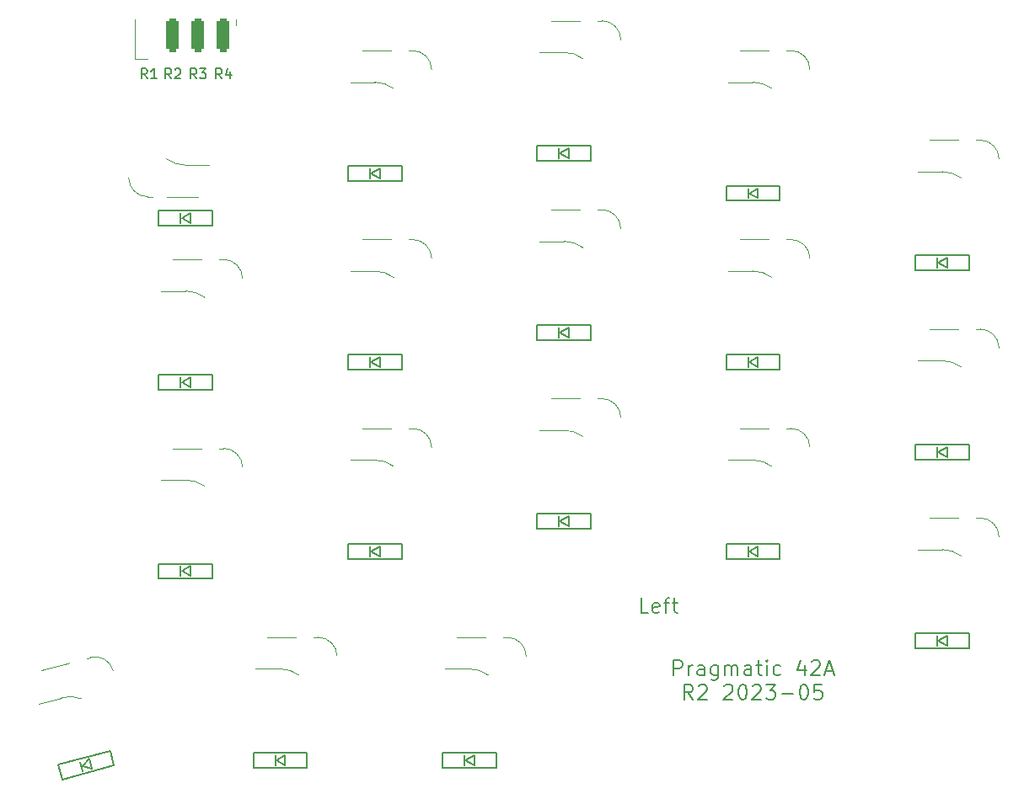
<source format=gto>
%TF.GenerationSoftware,KiCad,Pcbnew,7.0.2-0*%
%TF.CreationDate,2023-05-24T14:40:16+08:00*%
%TF.ProjectId,Input,496e7075-742e-46b6-9963-61645f706362,1*%
%TF.SameCoordinates,PX717cbc0PY58b1140*%
%TF.FileFunction,Legend,Top*%
%TF.FilePolarity,Positive*%
%FSLAX46Y46*%
G04 Gerber Fmt 4.6, Leading zero omitted, Abs format (unit mm)*
G04 Created by KiCad (PCBNEW 7.0.2-0) date 2023-05-24 14:40:16*
%MOMM*%
%LPD*%
G01*
G04 APERTURE LIST*
G04 Aperture macros list*
%AMRoundRect*
0 Rectangle with rounded corners*
0 $1 Rounding radius*
0 $2 $3 $4 $5 $6 $7 $8 $9 X,Y pos of 4 corners*
0 Add a 4 corners polygon primitive as box body*
4,1,4,$2,$3,$4,$5,$6,$7,$8,$9,$2,$3,0*
0 Add four circle primitives for the rounded corners*
1,1,$1+$1,$2,$3*
1,1,$1+$1,$4,$5*
1,1,$1+$1,$6,$7*
1,1,$1+$1,$8,$9*
0 Add four rect primitives between the rounded corners*
20,1,$1+$1,$2,$3,$4,$5,0*
20,1,$1+$1,$4,$5,$6,$7,0*
20,1,$1+$1,$6,$7,$8,$9,0*
20,1,$1+$1,$8,$9,$2,$3,0*%
%AMRotRect*
0 Rectangle, with rotation*
0 The origin of the aperture is its center*
0 $1 length*
0 $2 width*
0 $3 Rotation angle, in degrees counterclockwise*
0 Add horizontal line*
21,1,$1,$2,0,0,$3*%
G04 Aperture macros list end*
%ADD10C,0.150000*%
%ADD11C,0.200000*%
%ADD12C,0.120000*%
%ADD13C,1.900000*%
%ADD14C,3.000000*%
%ADD15C,4.000000*%
%ADD16R,2.550000X2.500000*%
%ADD17C,3.200000*%
%ADD18R,1.400000X1.000000*%
%ADD19RotRect,1.400000X1.000000X15.000000*%
%ADD20R,1.270000X3.429000*%
%ADD21RoundRect,0.317500X-0.317500X-1.397000X0.317500X-1.397000X0.317500X1.397000X-0.317500X1.397000X0*%
%ADD22RotRect,2.550000X2.500000X195.000000*%
%ADD23C,1.500000*%
G04 APERTURE END LIST*
D10*
X-1446667Y24537381D02*
X-1780000Y25013572D01*
X-2018095Y24537381D02*
X-2018095Y25537381D01*
X-2018095Y25537381D02*
X-1637143Y25537381D01*
X-1637143Y25537381D02*
X-1541905Y25489762D01*
X-1541905Y25489762D02*
X-1494286Y25442143D01*
X-1494286Y25442143D02*
X-1446667Y25346905D01*
X-1446667Y25346905D02*
X-1446667Y25204048D01*
X-1446667Y25204048D02*
X-1494286Y25108810D01*
X-1494286Y25108810D02*
X-1541905Y25061191D01*
X-1541905Y25061191D02*
X-1637143Y25013572D01*
X-1637143Y25013572D02*
X-2018095Y25013572D01*
X-1065714Y25442143D02*
X-1018095Y25489762D01*
X-1018095Y25489762D02*
X-922857Y25537381D01*
X-922857Y25537381D02*
X-684762Y25537381D01*
X-684762Y25537381D02*
X-589524Y25489762D01*
X-589524Y25489762D02*
X-541905Y25442143D01*
X-541905Y25442143D02*
X-494286Y25346905D01*
X-494286Y25346905D02*
X-494286Y25251667D01*
X-494286Y25251667D02*
X-541905Y25108810D01*
X-541905Y25108810D02*
X-1113333Y24537381D01*
X-1113333Y24537381D02*
X-494286Y24537381D01*
X-3859667Y24537381D02*
X-4193000Y25013572D01*
X-4431095Y24537381D02*
X-4431095Y25537381D01*
X-4431095Y25537381D02*
X-4050143Y25537381D01*
X-4050143Y25537381D02*
X-3954905Y25489762D01*
X-3954905Y25489762D02*
X-3907286Y25442143D01*
X-3907286Y25442143D02*
X-3859667Y25346905D01*
X-3859667Y25346905D02*
X-3859667Y25204048D01*
X-3859667Y25204048D02*
X-3907286Y25108810D01*
X-3907286Y25108810D02*
X-3954905Y25061191D01*
X-3954905Y25061191D02*
X-4050143Y25013572D01*
X-4050143Y25013572D02*
X-4431095Y25013572D01*
X-2907286Y24537381D02*
X-3478714Y24537381D01*
X-3193000Y24537381D02*
X-3193000Y25537381D01*
X-3193000Y25537381D02*
X-3288238Y25394524D01*
X-3288238Y25394524D02*
X-3383476Y25299286D01*
X-3383476Y25299286D02*
X-3478714Y25251667D01*
D11*
X49035714Y-35478928D02*
X49035714Y-33978928D01*
X49035714Y-33978928D02*
X49607143Y-33978928D01*
X49607143Y-33978928D02*
X49750000Y-34050357D01*
X49750000Y-34050357D02*
X49821429Y-34121785D01*
X49821429Y-34121785D02*
X49892857Y-34264642D01*
X49892857Y-34264642D02*
X49892857Y-34478928D01*
X49892857Y-34478928D02*
X49821429Y-34621785D01*
X49821429Y-34621785D02*
X49750000Y-34693214D01*
X49750000Y-34693214D02*
X49607143Y-34764642D01*
X49607143Y-34764642D02*
X49035714Y-34764642D01*
X50535714Y-35478928D02*
X50535714Y-34478928D01*
X50535714Y-34764642D02*
X50607143Y-34621785D01*
X50607143Y-34621785D02*
X50678572Y-34550357D01*
X50678572Y-34550357D02*
X50821429Y-34478928D01*
X50821429Y-34478928D02*
X50964286Y-34478928D01*
X52107143Y-35478928D02*
X52107143Y-34693214D01*
X52107143Y-34693214D02*
X52035714Y-34550357D01*
X52035714Y-34550357D02*
X51892857Y-34478928D01*
X51892857Y-34478928D02*
X51607143Y-34478928D01*
X51607143Y-34478928D02*
X51464285Y-34550357D01*
X52107143Y-35407500D02*
X51964285Y-35478928D01*
X51964285Y-35478928D02*
X51607143Y-35478928D01*
X51607143Y-35478928D02*
X51464285Y-35407500D01*
X51464285Y-35407500D02*
X51392857Y-35264642D01*
X51392857Y-35264642D02*
X51392857Y-35121785D01*
X51392857Y-35121785D02*
X51464285Y-34978928D01*
X51464285Y-34978928D02*
X51607143Y-34907500D01*
X51607143Y-34907500D02*
X51964285Y-34907500D01*
X51964285Y-34907500D02*
X52107143Y-34836071D01*
X53464286Y-34478928D02*
X53464286Y-35693214D01*
X53464286Y-35693214D02*
X53392857Y-35836071D01*
X53392857Y-35836071D02*
X53321428Y-35907500D01*
X53321428Y-35907500D02*
X53178571Y-35978928D01*
X53178571Y-35978928D02*
X52964286Y-35978928D01*
X52964286Y-35978928D02*
X52821428Y-35907500D01*
X53464286Y-35407500D02*
X53321428Y-35478928D01*
X53321428Y-35478928D02*
X53035714Y-35478928D01*
X53035714Y-35478928D02*
X52892857Y-35407500D01*
X52892857Y-35407500D02*
X52821428Y-35336071D01*
X52821428Y-35336071D02*
X52750000Y-35193214D01*
X52750000Y-35193214D02*
X52750000Y-34764642D01*
X52750000Y-34764642D02*
X52821428Y-34621785D01*
X52821428Y-34621785D02*
X52892857Y-34550357D01*
X52892857Y-34550357D02*
X53035714Y-34478928D01*
X53035714Y-34478928D02*
X53321428Y-34478928D01*
X53321428Y-34478928D02*
X53464286Y-34550357D01*
X54178571Y-35478928D02*
X54178571Y-34478928D01*
X54178571Y-34621785D02*
X54250000Y-34550357D01*
X54250000Y-34550357D02*
X54392857Y-34478928D01*
X54392857Y-34478928D02*
X54607143Y-34478928D01*
X54607143Y-34478928D02*
X54750000Y-34550357D01*
X54750000Y-34550357D02*
X54821429Y-34693214D01*
X54821429Y-34693214D02*
X54821429Y-35478928D01*
X54821429Y-34693214D02*
X54892857Y-34550357D01*
X54892857Y-34550357D02*
X55035714Y-34478928D01*
X55035714Y-34478928D02*
X55250000Y-34478928D01*
X55250000Y-34478928D02*
X55392857Y-34550357D01*
X55392857Y-34550357D02*
X55464286Y-34693214D01*
X55464286Y-34693214D02*
X55464286Y-35478928D01*
X56821429Y-35478928D02*
X56821429Y-34693214D01*
X56821429Y-34693214D02*
X56750000Y-34550357D01*
X56750000Y-34550357D02*
X56607143Y-34478928D01*
X56607143Y-34478928D02*
X56321429Y-34478928D01*
X56321429Y-34478928D02*
X56178571Y-34550357D01*
X56821429Y-35407500D02*
X56678571Y-35478928D01*
X56678571Y-35478928D02*
X56321429Y-35478928D01*
X56321429Y-35478928D02*
X56178571Y-35407500D01*
X56178571Y-35407500D02*
X56107143Y-35264642D01*
X56107143Y-35264642D02*
X56107143Y-35121785D01*
X56107143Y-35121785D02*
X56178571Y-34978928D01*
X56178571Y-34978928D02*
X56321429Y-34907500D01*
X56321429Y-34907500D02*
X56678571Y-34907500D01*
X56678571Y-34907500D02*
X56821429Y-34836071D01*
X57321429Y-34478928D02*
X57892857Y-34478928D01*
X57535714Y-33978928D02*
X57535714Y-35264642D01*
X57535714Y-35264642D02*
X57607143Y-35407500D01*
X57607143Y-35407500D02*
X57750000Y-35478928D01*
X57750000Y-35478928D02*
X57892857Y-35478928D01*
X58392857Y-35478928D02*
X58392857Y-34478928D01*
X58392857Y-33978928D02*
X58321429Y-34050357D01*
X58321429Y-34050357D02*
X58392857Y-34121785D01*
X58392857Y-34121785D02*
X58464286Y-34050357D01*
X58464286Y-34050357D02*
X58392857Y-33978928D01*
X58392857Y-33978928D02*
X58392857Y-34121785D01*
X59750001Y-35407500D02*
X59607143Y-35478928D01*
X59607143Y-35478928D02*
X59321429Y-35478928D01*
X59321429Y-35478928D02*
X59178572Y-35407500D01*
X59178572Y-35407500D02*
X59107143Y-35336071D01*
X59107143Y-35336071D02*
X59035715Y-35193214D01*
X59035715Y-35193214D02*
X59035715Y-34764642D01*
X59035715Y-34764642D02*
X59107143Y-34621785D01*
X59107143Y-34621785D02*
X59178572Y-34550357D01*
X59178572Y-34550357D02*
X59321429Y-34478928D01*
X59321429Y-34478928D02*
X59607143Y-34478928D01*
X59607143Y-34478928D02*
X59750001Y-34550357D01*
X62178572Y-34478928D02*
X62178572Y-35478928D01*
X61821429Y-33907500D02*
X61464286Y-34978928D01*
X61464286Y-34978928D02*
X62392857Y-34978928D01*
X62892857Y-34121785D02*
X62964285Y-34050357D01*
X62964285Y-34050357D02*
X63107143Y-33978928D01*
X63107143Y-33978928D02*
X63464285Y-33978928D01*
X63464285Y-33978928D02*
X63607143Y-34050357D01*
X63607143Y-34050357D02*
X63678571Y-34121785D01*
X63678571Y-34121785D02*
X63750000Y-34264642D01*
X63750000Y-34264642D02*
X63750000Y-34407500D01*
X63750000Y-34407500D02*
X63678571Y-34621785D01*
X63678571Y-34621785D02*
X62821428Y-35478928D01*
X62821428Y-35478928D02*
X63750000Y-35478928D01*
X64321428Y-35050357D02*
X65035714Y-35050357D01*
X64178571Y-35478928D02*
X64678571Y-33978928D01*
X64678571Y-33978928D02*
X65178571Y-35478928D01*
X50964287Y-37908928D02*
X50464287Y-37194642D01*
X50107144Y-37908928D02*
X50107144Y-36408928D01*
X50107144Y-36408928D02*
X50678573Y-36408928D01*
X50678573Y-36408928D02*
X50821430Y-36480357D01*
X50821430Y-36480357D02*
X50892859Y-36551785D01*
X50892859Y-36551785D02*
X50964287Y-36694642D01*
X50964287Y-36694642D02*
X50964287Y-36908928D01*
X50964287Y-36908928D02*
X50892859Y-37051785D01*
X50892859Y-37051785D02*
X50821430Y-37123214D01*
X50821430Y-37123214D02*
X50678573Y-37194642D01*
X50678573Y-37194642D02*
X50107144Y-37194642D01*
X51535716Y-36551785D02*
X51607144Y-36480357D01*
X51607144Y-36480357D02*
X51750002Y-36408928D01*
X51750002Y-36408928D02*
X52107144Y-36408928D01*
X52107144Y-36408928D02*
X52250002Y-36480357D01*
X52250002Y-36480357D02*
X52321430Y-36551785D01*
X52321430Y-36551785D02*
X52392859Y-36694642D01*
X52392859Y-36694642D02*
X52392859Y-36837500D01*
X52392859Y-36837500D02*
X52321430Y-37051785D01*
X52321430Y-37051785D02*
X51464287Y-37908928D01*
X51464287Y-37908928D02*
X52392859Y-37908928D01*
X54107144Y-36551785D02*
X54178572Y-36480357D01*
X54178572Y-36480357D02*
X54321430Y-36408928D01*
X54321430Y-36408928D02*
X54678572Y-36408928D01*
X54678572Y-36408928D02*
X54821430Y-36480357D01*
X54821430Y-36480357D02*
X54892858Y-36551785D01*
X54892858Y-36551785D02*
X54964287Y-36694642D01*
X54964287Y-36694642D02*
X54964287Y-36837500D01*
X54964287Y-36837500D02*
X54892858Y-37051785D01*
X54892858Y-37051785D02*
X54035715Y-37908928D01*
X54035715Y-37908928D02*
X54964287Y-37908928D01*
X55892858Y-36408928D02*
X56035715Y-36408928D01*
X56035715Y-36408928D02*
X56178572Y-36480357D01*
X56178572Y-36480357D02*
X56250001Y-36551785D01*
X56250001Y-36551785D02*
X56321429Y-36694642D01*
X56321429Y-36694642D02*
X56392858Y-36980357D01*
X56392858Y-36980357D02*
X56392858Y-37337500D01*
X56392858Y-37337500D02*
X56321429Y-37623214D01*
X56321429Y-37623214D02*
X56250001Y-37766071D01*
X56250001Y-37766071D02*
X56178572Y-37837500D01*
X56178572Y-37837500D02*
X56035715Y-37908928D01*
X56035715Y-37908928D02*
X55892858Y-37908928D01*
X55892858Y-37908928D02*
X55750001Y-37837500D01*
X55750001Y-37837500D02*
X55678572Y-37766071D01*
X55678572Y-37766071D02*
X55607143Y-37623214D01*
X55607143Y-37623214D02*
X55535715Y-37337500D01*
X55535715Y-37337500D02*
X55535715Y-36980357D01*
X55535715Y-36980357D02*
X55607143Y-36694642D01*
X55607143Y-36694642D02*
X55678572Y-36551785D01*
X55678572Y-36551785D02*
X55750001Y-36480357D01*
X55750001Y-36480357D02*
X55892858Y-36408928D01*
X56964286Y-36551785D02*
X57035714Y-36480357D01*
X57035714Y-36480357D02*
X57178572Y-36408928D01*
X57178572Y-36408928D02*
X57535714Y-36408928D01*
X57535714Y-36408928D02*
X57678572Y-36480357D01*
X57678572Y-36480357D02*
X57750000Y-36551785D01*
X57750000Y-36551785D02*
X57821429Y-36694642D01*
X57821429Y-36694642D02*
X57821429Y-36837500D01*
X57821429Y-36837500D02*
X57750000Y-37051785D01*
X57750000Y-37051785D02*
X56892857Y-37908928D01*
X56892857Y-37908928D02*
X57821429Y-37908928D01*
X58321428Y-36408928D02*
X59250000Y-36408928D01*
X59250000Y-36408928D02*
X58750000Y-36980357D01*
X58750000Y-36980357D02*
X58964285Y-36980357D01*
X58964285Y-36980357D02*
X59107143Y-37051785D01*
X59107143Y-37051785D02*
X59178571Y-37123214D01*
X59178571Y-37123214D02*
X59250000Y-37266071D01*
X59250000Y-37266071D02*
X59250000Y-37623214D01*
X59250000Y-37623214D02*
X59178571Y-37766071D01*
X59178571Y-37766071D02*
X59107143Y-37837500D01*
X59107143Y-37837500D02*
X58964285Y-37908928D01*
X58964285Y-37908928D02*
X58535714Y-37908928D01*
X58535714Y-37908928D02*
X58392857Y-37837500D01*
X58392857Y-37837500D02*
X58321428Y-37766071D01*
X59892856Y-37337500D02*
X61035714Y-37337500D01*
X62035714Y-36408928D02*
X62178571Y-36408928D01*
X62178571Y-36408928D02*
X62321428Y-36480357D01*
X62321428Y-36480357D02*
X62392857Y-36551785D01*
X62392857Y-36551785D02*
X62464285Y-36694642D01*
X62464285Y-36694642D02*
X62535714Y-36980357D01*
X62535714Y-36980357D02*
X62535714Y-37337500D01*
X62535714Y-37337500D02*
X62464285Y-37623214D01*
X62464285Y-37623214D02*
X62392857Y-37766071D01*
X62392857Y-37766071D02*
X62321428Y-37837500D01*
X62321428Y-37837500D02*
X62178571Y-37908928D01*
X62178571Y-37908928D02*
X62035714Y-37908928D01*
X62035714Y-37908928D02*
X61892857Y-37837500D01*
X61892857Y-37837500D02*
X61821428Y-37766071D01*
X61821428Y-37766071D02*
X61749999Y-37623214D01*
X61749999Y-37623214D02*
X61678571Y-37337500D01*
X61678571Y-37337500D02*
X61678571Y-36980357D01*
X61678571Y-36980357D02*
X61749999Y-36694642D01*
X61749999Y-36694642D02*
X61821428Y-36551785D01*
X61821428Y-36551785D02*
X61892857Y-36480357D01*
X61892857Y-36480357D02*
X62035714Y-36408928D01*
X63892856Y-36408928D02*
X63178570Y-36408928D01*
X63178570Y-36408928D02*
X63107142Y-37123214D01*
X63107142Y-37123214D02*
X63178570Y-37051785D01*
X63178570Y-37051785D02*
X63321428Y-36980357D01*
X63321428Y-36980357D02*
X63678570Y-36980357D01*
X63678570Y-36980357D02*
X63821428Y-37051785D01*
X63821428Y-37051785D02*
X63892856Y-37123214D01*
X63892856Y-37123214D02*
X63964285Y-37266071D01*
X63964285Y-37266071D02*
X63964285Y-37623214D01*
X63964285Y-37623214D02*
X63892856Y-37766071D01*
X63892856Y-37766071D02*
X63821428Y-37837500D01*
X63821428Y-37837500D02*
X63678570Y-37908928D01*
X63678570Y-37908928D02*
X63321428Y-37908928D01*
X63321428Y-37908928D02*
X63178570Y-37837500D01*
X63178570Y-37837500D02*
X63107142Y-37766071D01*
D10*
X3633333Y24537381D02*
X3300000Y25013572D01*
X3061905Y24537381D02*
X3061905Y25537381D01*
X3061905Y25537381D02*
X3442857Y25537381D01*
X3442857Y25537381D02*
X3538095Y25489762D01*
X3538095Y25489762D02*
X3585714Y25442143D01*
X3585714Y25442143D02*
X3633333Y25346905D01*
X3633333Y25346905D02*
X3633333Y25204048D01*
X3633333Y25204048D02*
X3585714Y25108810D01*
X3585714Y25108810D02*
X3538095Y25061191D01*
X3538095Y25061191D02*
X3442857Y25013572D01*
X3442857Y25013572D02*
X3061905Y25013572D01*
X4490476Y25204048D02*
X4490476Y24537381D01*
X4252381Y25585000D02*
X4014286Y24870715D01*
X4014286Y24870715D02*
X4633333Y24870715D01*
X1093333Y24537381D02*
X760000Y25013572D01*
X521905Y24537381D02*
X521905Y25537381D01*
X521905Y25537381D02*
X902857Y25537381D01*
X902857Y25537381D02*
X998095Y25489762D01*
X998095Y25489762D02*
X1045714Y25442143D01*
X1045714Y25442143D02*
X1093333Y25346905D01*
X1093333Y25346905D02*
X1093333Y25204048D01*
X1093333Y25204048D02*
X1045714Y25108810D01*
X1045714Y25108810D02*
X998095Y25061191D01*
X998095Y25061191D02*
X902857Y25013572D01*
X902857Y25013572D02*
X521905Y25013572D01*
X1426667Y25537381D02*
X2045714Y25537381D01*
X2045714Y25537381D02*
X1712381Y25156429D01*
X1712381Y25156429D02*
X1855238Y25156429D01*
X1855238Y25156429D02*
X1950476Y25108810D01*
X1950476Y25108810D02*
X1998095Y25061191D01*
X1998095Y25061191D02*
X2045714Y24965953D01*
X2045714Y24965953D02*
X2045714Y24727858D01*
X2045714Y24727858D02*
X1998095Y24632620D01*
X1998095Y24632620D02*
X1950476Y24585000D01*
X1950476Y24585000D02*
X1855238Y24537381D01*
X1855238Y24537381D02*
X1569524Y24537381D01*
X1569524Y24537381D02*
X1474286Y24585000D01*
X1474286Y24585000D02*
X1426667Y24632620D01*
D11*
X46464285Y-29193928D02*
X45749999Y-29193928D01*
X45749999Y-29193928D02*
X45749999Y-27693928D01*
X47535714Y-29122500D02*
X47392857Y-29193928D01*
X47392857Y-29193928D02*
X47107143Y-29193928D01*
X47107143Y-29193928D02*
X46964285Y-29122500D01*
X46964285Y-29122500D02*
X46892857Y-28979642D01*
X46892857Y-28979642D02*
X46892857Y-28408214D01*
X46892857Y-28408214D02*
X46964285Y-28265357D01*
X46964285Y-28265357D02*
X47107143Y-28193928D01*
X47107143Y-28193928D02*
X47392857Y-28193928D01*
X47392857Y-28193928D02*
X47535714Y-28265357D01*
X47535714Y-28265357D02*
X47607143Y-28408214D01*
X47607143Y-28408214D02*
X47607143Y-28551071D01*
X47607143Y-28551071D02*
X46892857Y-28693928D01*
X48035714Y-28193928D02*
X48607142Y-28193928D01*
X48249999Y-29193928D02*
X48249999Y-27908214D01*
X48249999Y-27908214D02*
X48321428Y-27765357D01*
X48321428Y-27765357D02*
X48464285Y-27693928D01*
X48464285Y-27693928D02*
X48607142Y-27693928D01*
X48892857Y-28193928D02*
X49464285Y-28193928D01*
X49107142Y-27693928D02*
X49107142Y-28979642D01*
X49107142Y-28979642D02*
X49178571Y-29122500D01*
X49178571Y-29122500D02*
X49321428Y-29193928D01*
X49321428Y-29193928D02*
X49464285Y-29193928D01*
D12*
%TO.C,SW17*%
X19000000Y24175000D02*
X15190000Y24175000D01*
X22810000Y27350000D02*
X17730000Y27350000D01*
X20905000Y23540000D02*
G75*
G03*
X19000000Y24175000I-1905003J-2540009D01*
G01*
X24715000Y25445000D02*
G75*
G03*
X22810000Y27350000I-1905000J0D01*
G01*
%TO.C,SW29*%
X19000000Y5175000D02*
X15190000Y5175000D01*
X22810000Y8350000D02*
X17730000Y8350000D01*
X20905000Y4540000D02*
G75*
G03*
X19000000Y5175000I-1905003J-2540009D01*
G01*
X24715000Y6445000D02*
G75*
G03*
X22810000Y8350000I-1905000J0D01*
G01*
D10*
%TO.C,D27*%
X54300000Y-3250000D02*
X54300000Y-4750000D01*
X54300000Y-4750000D02*
X59700000Y-4750000D01*
X56500000Y-3500000D02*
X56500000Y-4500000D01*
X56600000Y-4000000D02*
X57500000Y-3500000D01*
X57500000Y-3500000D02*
X57500000Y-4500000D01*
X57500000Y-4500000D02*
X56600000Y-4000000D01*
X59700000Y-3250000D02*
X54300000Y-3250000D01*
X59700000Y-3250000D02*
X59700000Y-4750000D01*
%TO.C,D18*%
X-2700000Y11250000D02*
X-2700000Y9750000D01*
X-2700000Y9750000D02*
X2700000Y9750000D01*
X-500000Y11000000D02*
X-500000Y10000000D01*
X-400000Y10500000D02*
X500000Y11000000D01*
X500000Y11000000D02*
X500000Y10000000D01*
X500000Y10000000D02*
X-400000Y10500000D01*
X2700000Y11250000D02*
X-2700000Y11250000D01*
X2700000Y11250000D02*
X2700000Y9750000D01*
D12*
%TO.C,SW15*%
X57000000Y24175000D02*
X53190000Y24175000D01*
X60810000Y27350000D02*
X55730000Y27350000D01*
X58905000Y23540000D02*
G75*
G03*
X57000000Y24175000I-1905003J-2540009D01*
G01*
X62715000Y25445000D02*
G75*
G03*
X60810000Y27350000I-1905000J0D01*
G01*
D10*
%TO.C,D15*%
X54300000Y13750000D02*
X54300000Y12250000D01*
X54300000Y12250000D02*
X59700000Y12250000D01*
X56500000Y13500000D02*
X56500000Y12500000D01*
X56600000Y13000000D02*
X57500000Y13500000D01*
X57500000Y13500000D02*
X57500000Y12500000D01*
X57500000Y12500000D02*
X56600000Y13000000D01*
X59700000Y13750000D02*
X54300000Y13750000D01*
X59700000Y13750000D02*
X59700000Y12250000D01*
%TO.C,D52*%
X25800016Y-43250000D02*
X25800016Y-44750000D01*
X25800016Y-44750000D02*
X31200016Y-44750000D01*
X28000016Y-43500000D02*
X28000016Y-44500000D01*
X28100016Y-44000000D02*
X29000016Y-43500000D01*
X29000016Y-43500000D02*
X29000016Y-44500000D01*
X29000016Y-44500000D02*
X28100016Y-44000000D01*
X31200016Y-43250000D02*
X25800016Y-43250000D01*
X31200016Y-43250000D02*
X31200016Y-44750000D01*
%TO.C,D16*%
X35300000Y17750000D02*
X35300000Y16250000D01*
X35300000Y16250000D02*
X40700000Y16250000D01*
X37500000Y17500000D02*
X37500000Y16500000D01*
X37600000Y17000000D02*
X38500000Y17500000D01*
X38500000Y17500000D02*
X38500000Y16500000D01*
X38500000Y16500000D02*
X37600000Y17000000D01*
X40700000Y17750000D02*
X35300000Y17750000D01*
X40700000Y17750000D02*
X40700000Y16250000D01*
D12*
%TO.C,SW26*%
X76000000Y-3825000D02*
X72190000Y-3825000D01*
X79810000Y-650000D02*
X74730000Y-650000D01*
X77905000Y-4460000D02*
G75*
G03*
X76000000Y-3825000I-1905003J-2540009D01*
G01*
X81715000Y-2555000D02*
G75*
G03*
X79810000Y-650000I-1905000J0D01*
G01*
%TO.C,SW38*%
X76000000Y-22825000D02*
X72190000Y-22825000D01*
X79810000Y-19650000D02*
X74730000Y-19650000D01*
X77905000Y-23460000D02*
G75*
G03*
X76000000Y-22825000I-1905003J-2540009D01*
G01*
X81715000Y-21555000D02*
G75*
G03*
X79810000Y-19650000I-1905000J0D01*
G01*
D10*
%TO.C,D54*%
X-12802114Y-44474367D02*
X-12413885Y-45923256D01*
X-12413885Y-45923256D02*
X-7197886Y-44525633D01*
X-10612372Y-44146447D02*
X-10353553Y-45112372D01*
X-10386370Y-44603528D02*
X-9646447Y-43887628D01*
X-9646447Y-43887628D02*
X-9387628Y-44853553D01*
X-9387628Y-44853553D02*
X-10386370Y-44603528D01*
X-7586115Y-43076744D02*
X-12802114Y-44474367D01*
X-7586115Y-43076744D02*
X-7197886Y-44525633D01*
D12*
%TO.C,SW27*%
X57000000Y5175000D02*
X53190000Y5175000D01*
X60810000Y8350000D02*
X55730000Y8350000D01*
X58905000Y4540000D02*
G75*
G03*
X57000000Y5175000I-1905003J-2540009D01*
G01*
X62715000Y6445000D02*
G75*
G03*
X60810000Y8350000I-1905000J0D01*
G01*
D10*
%TO.C,D53*%
X6800000Y-43250000D02*
X6800000Y-44750000D01*
X6800000Y-44750000D02*
X12200000Y-44750000D01*
X9000000Y-43500000D02*
X9000000Y-44500000D01*
X9100000Y-44000000D02*
X10000000Y-43500000D01*
X10000000Y-43500000D02*
X10000000Y-44500000D01*
X10000000Y-44500000D02*
X9100000Y-44000000D01*
X12200000Y-43250000D02*
X6800000Y-43250000D01*
X12200000Y-43250000D02*
X12200000Y-44750000D01*
%TO.C,D39*%
X54300000Y-22250000D02*
X54300000Y-23750000D01*
X54300000Y-23750000D02*
X59700000Y-23750000D01*
X56500000Y-22500000D02*
X56500000Y-23500000D01*
X56600000Y-23000000D02*
X57500000Y-22500000D01*
X57500000Y-22500000D02*
X57500000Y-23500000D01*
X57500000Y-23500000D02*
X56600000Y-23000000D01*
X59700000Y-22250000D02*
X54300000Y-22250000D01*
X59700000Y-22250000D02*
X59700000Y-23750000D01*
D12*
%TO.C,SW52*%
X28500000Y-34825000D02*
X24690000Y-34825000D01*
X32310000Y-31650000D02*
X27230000Y-31650000D01*
X30405000Y-35460000D02*
G75*
G03*
X28500000Y-34825000I-1905003J-2540009D01*
G01*
X34215000Y-33555000D02*
G75*
G03*
X32310000Y-31650000I-1905000J0D01*
G01*
D10*
%TO.C,D42*%
X-2700000Y-24250000D02*
X-2700000Y-25750000D01*
X-2700000Y-25750000D02*
X2700000Y-25750000D01*
X-500000Y-24500000D02*
X-500000Y-25500000D01*
X-400000Y-25000000D02*
X500000Y-24500000D01*
X500000Y-24500000D02*
X500000Y-25500000D01*
X500000Y-25500000D02*
X-400000Y-25000000D01*
X2700000Y-24250000D02*
X-2700000Y-24250000D01*
X2700000Y-24250000D02*
X2700000Y-25750000D01*
%TO.C,D30*%
X-2700000Y-5250000D02*
X-2700000Y-6750000D01*
X-2700000Y-6750000D02*
X2700000Y-6750000D01*
X-500000Y-5500000D02*
X-500000Y-6500000D01*
X-400000Y-6000000D02*
X500000Y-5500000D01*
X500000Y-5500000D02*
X500000Y-6500000D01*
X500000Y-6500000D02*
X-400000Y-6000000D01*
X2700000Y-5250000D02*
X-2700000Y-5250000D01*
X2700000Y-5250000D02*
X2700000Y-6750000D01*
%TO.C,D28*%
X35300000Y-250000D02*
X35300000Y-1750000D01*
X35300000Y-1750000D02*
X40700000Y-1750000D01*
X37500000Y-500000D02*
X37500000Y-1500000D01*
X37600000Y-1000000D02*
X38500000Y-500000D01*
X38500000Y-500000D02*
X38500000Y-1500000D01*
X38500000Y-1500000D02*
X37600000Y-1000000D01*
X40700000Y-250000D02*
X35300000Y-250000D01*
X40700000Y-250000D02*
X40700000Y-1750000D01*
D12*
%TO.C,SW28*%
X38000000Y8175000D02*
X34190000Y8175000D01*
X41810000Y11350000D02*
X36730000Y11350000D01*
X39905000Y7540000D02*
G75*
G03*
X38000000Y8175000I-1905003J-2540009D01*
G01*
X43715000Y9445000D02*
G75*
G03*
X41810000Y11350000I-1905000J0D01*
G01*
%TO.C,SW42*%
X0Y-15825000D02*
X-3810000Y-15825000D01*
X3810000Y-12650000D02*
X-1270000Y-12650000D01*
X1905000Y-16460000D02*
G75*
G03*
X0Y-15825000I-1905003J-2540009D01*
G01*
X5715000Y-14555000D02*
G75*
G03*
X3810000Y-12650000I-1905000J0D01*
G01*
%TO.C,SW14*%
X76000000Y15175000D02*
X72190000Y15175000D01*
X79810000Y18350000D02*
X74730000Y18350000D01*
X77905000Y14540000D02*
G75*
G03*
X76000000Y15175000I-1905003J-2540009D01*
G01*
X81715000Y16445000D02*
G75*
G03*
X79810000Y18350000I-1905000J0D01*
G01*
%TO.C,SW30*%
X0Y3175000D02*
X-3810000Y3175000D01*
X3810000Y6350000D02*
X-1270000Y6350000D01*
X1905000Y2540000D02*
G75*
G03*
X0Y3175000I-1905003J-2540009D01*
G01*
X5715000Y4445000D02*
G75*
G03*
X3810000Y6350000I-1905000J0D01*
G01*
%TO.C,J1*%
X5080000Y29865000D02*
X5080000Y30500000D01*
X-3810000Y26500000D02*
X-5080000Y26500000D01*
X-5080000Y26500000D02*
X-5080000Y30500000D01*
D10*
%TO.C,D26*%
X73300000Y-12250000D02*
X73300000Y-13750000D01*
X73300000Y-13750000D02*
X78700000Y-13750000D01*
X75500000Y-12500000D02*
X75500000Y-13500000D01*
X75600000Y-13000000D02*
X76500000Y-12500000D01*
X76500000Y-12500000D02*
X76500000Y-13500000D01*
X76500000Y-13500000D02*
X75600000Y-13000000D01*
X78700000Y-12250000D02*
X73300000Y-12250000D01*
X78700000Y-12250000D02*
X78700000Y-13750000D01*
D12*
%TO.C,SW53*%
X9500000Y-34825000D02*
X5690000Y-34825000D01*
X13310000Y-31650000D02*
X8230000Y-31650000D01*
X11405000Y-35460000D02*
G75*
G03*
X9500000Y-34825000I-1905003J-2540009D01*
G01*
X15215000Y-33555000D02*
G75*
G03*
X13310000Y-31650000I-1905000J0D01*
G01*
%TO.C,SW18*%
X0Y15825000D02*
X3810000Y15825000D01*
X-3810000Y12650000D02*
X1270000Y12650000D01*
X-1905000Y16460000D02*
G75*
G03*
X0Y15825000I1905003J2540009D01*
G01*
X-5715000Y14555000D02*
G75*
G03*
X-3810000Y12650000I1905000J0D01*
G01*
%TO.C,SW40*%
X38000000Y-10825000D02*
X34190000Y-10825000D01*
X41810000Y-7650000D02*
X36730000Y-7650000D01*
X39905000Y-11460000D02*
G75*
G03*
X38000000Y-10825000I-1905003J-2540009D01*
G01*
X43715000Y-9555000D02*
G75*
G03*
X41810000Y-7650000I-1905000J0D01*
G01*
%TO.C,SW41*%
X19000000Y-13825000D02*
X15190000Y-13825000D01*
X22810000Y-10650000D02*
X17730000Y-10650000D01*
X20905000Y-14460000D02*
G75*
G03*
X19000000Y-13825000I-1905003J-2540009D01*
G01*
X24715000Y-12555000D02*
G75*
G03*
X22810000Y-10650000I-1905000J0D01*
G01*
D10*
%TO.C,D14*%
X73300000Y6750000D02*
X73300000Y5250000D01*
X73300000Y5250000D02*
X78700000Y5250000D01*
X75500000Y6500000D02*
X75500000Y5500000D01*
X75600000Y6000000D02*
X76500000Y6500000D01*
X76500000Y6500000D02*
X76500000Y5500000D01*
X76500000Y5500000D02*
X75600000Y6000000D01*
X78700000Y6750000D02*
X73300000Y6750000D01*
X78700000Y6750000D02*
X78700000Y5250000D01*
%TO.C,D17*%
X16300000Y15750000D02*
X16300000Y14250000D01*
X16300000Y14250000D02*
X21700000Y14250000D01*
X18500000Y15500000D02*
X18500000Y14500000D01*
X18600000Y15000000D02*
X19500000Y15500000D01*
X19500000Y15500000D02*
X19500000Y14500000D01*
X19500000Y14500000D02*
X18600000Y15000000D01*
X21700000Y15750000D02*
X16300000Y15750000D01*
X21700000Y15750000D02*
X21700000Y14250000D01*
D12*
%TO.C,SW39*%
X57000000Y-13825000D02*
X53190000Y-13825000D01*
X60810000Y-10650000D02*
X55730000Y-10650000D01*
X58905000Y-14460000D02*
G75*
G03*
X57000000Y-13825000I-1905003J-2540009D01*
G01*
X62715000Y-12555000D02*
G75*
G03*
X60810000Y-10650000I-1905000J0D01*
G01*
D10*
%TO.C,D40*%
X35300000Y-19250000D02*
X35300000Y-20750000D01*
X35300000Y-20750000D02*
X40700000Y-20750000D01*
X37500000Y-19500000D02*
X37500000Y-20500000D01*
X37600000Y-20000000D02*
X38500000Y-19500000D01*
X38500000Y-19500000D02*
X38500000Y-20500000D01*
X38500000Y-20500000D02*
X37600000Y-20000000D01*
X40700000Y-19250000D02*
X35300000Y-19250000D01*
X40700000Y-19250000D02*
X40700000Y-20750000D01*
%TO.C,D29*%
X16300000Y-3250000D02*
X16300000Y-4750000D01*
X16300000Y-4750000D02*
X21700000Y-4750000D01*
X18500000Y-3500000D02*
X18500000Y-4500000D01*
X18600000Y-4000000D02*
X19500000Y-3500000D01*
X19500000Y-3500000D02*
X19500000Y-4500000D01*
X19500000Y-4500000D02*
X18600000Y-4000000D01*
X21700000Y-3250000D02*
X16300000Y-3250000D01*
X21700000Y-3250000D02*
X21700000Y-4750000D01*
D12*
%TO.C,SW16*%
X38000000Y27175000D02*
X34190000Y27175000D01*
X41810000Y30350000D02*
X36730000Y30350000D01*
X39905000Y26540000D02*
G75*
G03*
X38000000Y27175000I-1905003J-2540009D01*
G01*
X43715000Y28445000D02*
G75*
G03*
X41810000Y30350000I-1905000J0D01*
G01*
%TO.C,SW54*%
X-12456750Y-37715186D02*
X-16136928Y-38701286D01*
X-9598324Y-33662270D02*
X-14505227Y-34977071D01*
X-10452313Y-37835500D02*
G75*
G03*
X-12456750Y-37715187I-1182688J-2946509D01*
G01*
X-7265184Y-35009309D02*
G75*
G03*
X-9598324Y-33662270I-1840089J-493050D01*
G01*
D10*
%TO.C,D38*%
X73300000Y-31250000D02*
X73300000Y-32750000D01*
X73300000Y-32750000D02*
X78700000Y-32750000D01*
X75500000Y-31500000D02*
X75500000Y-32500000D01*
X75600000Y-32000000D02*
X76500000Y-31500000D01*
X76500000Y-31500000D02*
X76500000Y-32500000D01*
X76500000Y-32500000D02*
X75600000Y-32000000D01*
X78700000Y-31250000D02*
X73300000Y-31250000D01*
X78700000Y-31250000D02*
X78700000Y-32750000D01*
%TO.C,D41*%
X16300000Y-22250000D02*
X16300000Y-23750000D01*
X16300000Y-23750000D02*
X21700000Y-23750000D01*
X18500000Y-22500000D02*
X18500000Y-23500000D01*
X18600000Y-23000000D02*
X19500000Y-22500000D01*
X19500000Y-22500000D02*
X19500000Y-23500000D01*
X19500000Y-23500000D02*
X18600000Y-23000000D01*
X21700000Y-22250000D02*
X16300000Y-22250000D01*
X21700000Y-22250000D02*
X21700000Y-23750000D01*
%TD*%
%LPC*%
D13*
%TO.C,SW20*%
X13920000Y21000000D03*
D14*
X15190000Y23540000D03*
D15*
X19000000Y21000000D03*
D14*
X21540000Y26080000D03*
D13*
X24080000Y21000000D03*
%TD*%
D14*
%TO.C,SW17*%
X16460000Y26080000D03*
X22810000Y23540000D03*
D16*
X13158000Y26080000D03*
X26085000Y23540000D03*
%TD*%
D17*
%TO.C,H1*%
X38000000Y-26000000D03*
%TD*%
D14*
%TO.C,SW29*%
X16460000Y7080000D03*
X22810000Y4540000D03*
D16*
X13158000Y7080000D03*
X26085000Y4540000D03*
%TD*%
D18*
%TO.C,D27*%
X55225000Y-4000000D03*
X58775000Y-4000000D03*
%TD*%
%TO.C,D18*%
X-1775000Y10500000D03*
X1775000Y10500000D03*
%TD*%
D13*
%TO.C,SW22*%
X51920000Y21000000D03*
D14*
X53190000Y23540000D03*
D15*
X57000000Y21000000D03*
D14*
X59540000Y26080000D03*
D13*
X62080000Y21000000D03*
%TD*%
%TO.C,SW44*%
X13920000Y-17000000D03*
D14*
X15190000Y-14460000D03*
D15*
X19000000Y-17000000D03*
D14*
X21540000Y-11920000D03*
D13*
X24080000Y-17000000D03*
%TD*%
D14*
%TO.C,SW15*%
X54460000Y26080000D03*
X60810000Y23540000D03*
D16*
X51158000Y26080000D03*
X64085000Y23540000D03*
%TD*%
D18*
%TO.C,D15*%
X55225000Y13000000D03*
X58775000Y13000000D03*
%TD*%
D13*
%TO.C,SW34*%
X51920000Y2000000D03*
D14*
X53190000Y4540000D03*
D15*
X57000000Y2000000D03*
D14*
X59540000Y7080000D03*
D13*
X62080000Y2000000D03*
%TD*%
D18*
%TO.C,D52*%
X26725016Y-44000000D03*
X30275016Y-44000000D03*
%TD*%
%TO.C,D16*%
X36225000Y17000000D03*
X39775000Y17000000D03*
%TD*%
D14*
%TO.C,SW26*%
X73460000Y-1920000D03*
X79810000Y-4460000D03*
D16*
X70158000Y-1920000D03*
X83085000Y-4460000D03*
%TD*%
D13*
%TO.C,SW21*%
X32920000Y24000000D03*
D14*
X34190000Y26540000D03*
D15*
X38000000Y24000000D03*
D14*
X40540000Y29080000D03*
D13*
X43080000Y24000000D03*
%TD*%
%TO.C,SW19*%
X5080000Y19000000D03*
D14*
X3810000Y16460000D03*
D15*
X0Y19000000D03*
D14*
X-2540000Y13920000D03*
D13*
X-5080000Y19000000D03*
%TD*%
%TO.C,SW45*%
X32920000Y-14000000D03*
D14*
X34190000Y-11460000D03*
D15*
X38000000Y-14000000D03*
D14*
X40540000Y-8920000D03*
D13*
X43080000Y-14000000D03*
%TD*%
D14*
%TO.C,SW38*%
X73460000Y-20920000D03*
X79810000Y-23460000D03*
D16*
X70158000Y-20920000D03*
X83085000Y-23460000D03*
%TD*%
D19*
%TO.C,D54*%
X-11714518Y-44959404D03*
X-8285482Y-44040596D03*
%TD*%
D13*
%TO.C,SW33*%
X32920000Y5000000D03*
D14*
X34190000Y7540000D03*
D15*
X38000000Y5000000D03*
D14*
X40540000Y10080000D03*
D13*
X43080000Y5000000D03*
%TD*%
D14*
%TO.C,SW27*%
X54460000Y7080000D03*
X60810000Y4540000D03*
D16*
X51158000Y7080000D03*
X64085000Y4540000D03*
%TD*%
D13*
%TO.C,SW47*%
X70920000Y-26000000D03*
D14*
X72190000Y-23460000D03*
D15*
X76000000Y-26000000D03*
D14*
X78540000Y-20920000D03*
D13*
X81080000Y-26000000D03*
%TD*%
D18*
%TO.C,D53*%
X7725000Y-44000000D03*
X11275000Y-44000000D03*
%TD*%
%TO.C,D39*%
X55225000Y-23000000D03*
X58775000Y-23000000D03*
%TD*%
D14*
%TO.C,SW52*%
X25960000Y-32920000D03*
X32310000Y-35460000D03*
D16*
X22658000Y-32920000D03*
X35585000Y-35460000D03*
%TD*%
D13*
%TO.C,SW32*%
X13920000Y2000000D03*
D14*
X15190000Y4540000D03*
D15*
X19000000Y2000000D03*
D14*
X21540000Y7080000D03*
D13*
X24080000Y2000000D03*
%TD*%
D18*
%TO.C,D42*%
X-1775000Y-25000000D03*
X1775000Y-25000000D03*
%TD*%
%TO.C,D30*%
X-1775000Y-6000000D03*
X1775000Y-6000000D03*
%TD*%
%TO.C,D28*%
X36225000Y-1000000D03*
X39775000Y-1000000D03*
%TD*%
D13*
%TO.C,SW35*%
X70920000Y-7000000D03*
D14*
X72190000Y-4460000D03*
D15*
X76000000Y-7000000D03*
D14*
X78540000Y-1920000D03*
D13*
X81080000Y-7000000D03*
%TD*%
%TO.C,SW43*%
X-5080000Y-19000000D03*
D14*
X-3810000Y-16460000D03*
D15*
X0Y-19000000D03*
D14*
X2540000Y-13920000D03*
D13*
X5080000Y-19000000D03*
%TD*%
%TO.C,SW31*%
X-5080000Y0D03*
D14*
X-3810000Y2540000D03*
D15*
X0Y0D03*
D14*
X2540000Y5080000D03*
D13*
X5080000Y0D03*
%TD*%
D14*
%TO.C,SW28*%
X35460000Y10080000D03*
X41810000Y7540000D03*
D16*
X32158000Y10080000D03*
X45085000Y7540000D03*
%TD*%
D17*
%TO.C,H2*%
X76000000Y-38000000D03*
%TD*%
D14*
%TO.C,SW42*%
X-2540000Y-13920000D03*
X3810000Y-16460000D03*
D16*
X-5842000Y-13920000D03*
X7085000Y-16460000D03*
%TD*%
D14*
%TO.C,SW14*%
X73460000Y17080000D03*
X79810000Y14540000D03*
D16*
X70158000Y17080000D03*
X83085000Y14540000D03*
%TD*%
D14*
%TO.C,SW30*%
X-2540000Y5080000D03*
X3810000Y2540000D03*
D16*
X-5842000Y5080000D03*
X7085000Y2540000D03*
%TD*%
D17*
%TO.C,H3*%
X71000000Y23500000D03*
%TD*%
D20*
%TO.C,J1*%
X-3810000Y28722000D03*
D21*
X-1270000Y28849000D03*
X1270000Y28849000D03*
X3810000Y28849000D03*
%TD*%
D18*
%TO.C,D26*%
X74225000Y-13000000D03*
X77775000Y-13000000D03*
%TD*%
D14*
%TO.C,SW53*%
X6960000Y-32920000D03*
X13310000Y-35460000D03*
D16*
X3658000Y-32920000D03*
X16585000Y-35460000D03*
%TD*%
D17*
%TO.C,H4*%
X-9500000Y9500000D03*
%TD*%
D14*
%TO.C,SW18*%
X2540000Y13920000D03*
X-3810000Y16460000D03*
D16*
X5842000Y13920000D03*
X-7085000Y16460000D03*
%TD*%
D13*
%TO.C,SW23*%
X70920000Y12000000D03*
D14*
X72190000Y14540000D03*
D15*
X76000000Y12000000D03*
D14*
X78540000Y17080000D03*
D13*
X81080000Y12000000D03*
%TD*%
D14*
%TO.C,SW40*%
X35460000Y-8920000D03*
X41810000Y-11460000D03*
D16*
X32158000Y-8920000D03*
X45085000Y-11460000D03*
%TD*%
D14*
%TO.C,SW41*%
X16460000Y-11920000D03*
X22810000Y-14460000D03*
D16*
X13158000Y-11920000D03*
X26085000Y-14460000D03*
%TD*%
D18*
%TO.C,D14*%
X74225000Y6000000D03*
X77775000Y6000000D03*
%TD*%
%TO.C,D17*%
X17225000Y15000000D03*
X20775000Y15000000D03*
%TD*%
D14*
%TO.C,SW39*%
X54460000Y-11920000D03*
X60810000Y-14460000D03*
D16*
X51158000Y-11920000D03*
X64085000Y-14460000D03*
%TD*%
D18*
%TO.C,D40*%
X36225000Y-20000000D03*
X39775000Y-20000000D03*
%TD*%
D13*
%TO.C,SW46*%
X51920000Y-17000000D03*
D14*
X53190000Y-14460000D03*
D15*
X57000000Y-17000000D03*
D14*
X59540000Y-11920000D03*
D13*
X62080000Y-17000000D03*
%TD*%
D18*
%TO.C,D29*%
X17225000Y-4000000D03*
X20775000Y-4000000D03*
%TD*%
D14*
%TO.C,SW16*%
X35460000Y29080000D03*
X41810000Y26540000D03*
D16*
X32158000Y29080000D03*
X45085000Y26540000D03*
%TD*%
D14*
%TO.C,SW54*%
X-15403252Y-36532497D03*
X-8612223Y-37342448D03*
D22*
X-18592739Y-37387118D03*
X-5448816Y-36494815D03*
%TD*%
D18*
%TO.C,D38*%
X74225000Y-32000000D03*
X77775000Y-32000000D03*
%TD*%
%TO.C,D41*%
X17225000Y-23000000D03*
X20775000Y-23000000D03*
%TD*%
D13*
%TO.C,SW55*%
X-6728093Y-39467199D03*
D23*
X-7288330Y-39617314D03*
D14*
X-10496345Y-35217696D03*
D15*
X-11634996Y-40782000D03*
D14*
X-15972574Y-39314649D03*
D23*
X-15981662Y-41946686D03*
D13*
X-16541899Y-42096801D03*
%TD*%
%TO.C,SW56*%
X14580004Y-38000000D03*
D23*
X14000004Y-38000000D03*
D14*
X12040004Y-32920000D03*
D15*
X9500004Y-38000000D03*
D14*
X5690004Y-35460000D03*
D23*
X5000004Y-38000000D03*
D13*
X4420004Y-38000000D03*
%TD*%
%TO.C,SW57*%
X33580000Y-38000000D03*
D23*
X33000000Y-38000000D03*
D14*
X31040000Y-32920000D03*
D15*
X28500000Y-38000000D03*
D14*
X24690000Y-35460000D03*
D23*
X24000000Y-38000000D03*
D13*
X23420000Y-38000000D03*
%TD*%
%LPD*%
M02*

</source>
